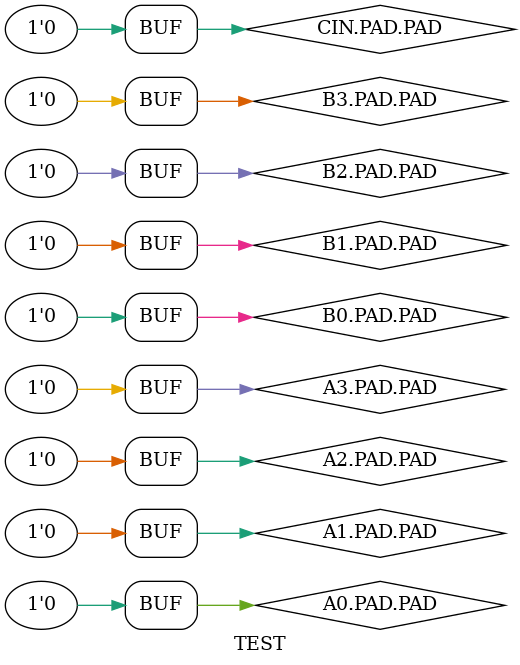
<source format=v>
`timescale 1ns / 1ps 
 
module TEST; 
 
// Inputs 
reg \A2.PAD.PAD ;
reg \A1.PAD.PAD ;
reg \B3.PAD.PAD ;
reg \A3.PAD.PAD ;
reg \B2.PAD.PAD ;
reg \CIN.PAD.PAD ;
reg \B0.PAD.PAD ;
reg \B1.PAD.PAD ;
reg \A0.PAD.PAD ;

// Outputs 
wire \S1_FINAL_OUTPUT.OUTBUF.OUT ;
wire \S2_FINAL_OUTPUT.OUTBUF.OUT ;
wire \S3_FINAL_OUTPUT.OUTBUF.OUT ;
wire \S0_FINAL_OUTPUT.OUTBUF.OUT ;
wire \COUT_FINAL_OUTPUT.OUTBUF.OUT ;
 
// Instantiate the Unit Under Test (UUT) 
 
HelloWorld uut (
.\A2.PAD.PAD (\A2.PAD.PAD ),
.\A1.PAD.PAD (\A1.PAD.PAD ),
.\B3.PAD.PAD (\B3.PAD.PAD ),
.\A3.PAD.PAD (\A3.PAD.PAD ),
.\B2.PAD.PAD (\B2.PAD.PAD ),
.\CIN.PAD.PAD (\CIN.PAD.PAD ),
.\B0.PAD.PAD (\B0.PAD.PAD ),
.\B1.PAD.PAD (\B1.PAD.PAD ),
.\A0.PAD.PAD (\A0.PAD.PAD ),
.\S1_FINAL_OUTPUT.OUTBUF.OUT (\S1_FINAL_OUTPUT.OUTBUF.OUT ),
.\S2_FINAL_OUTPUT.OUTBUF.OUT (\S2_FINAL_OUTPUT.OUTBUF.OUT ),
.\S3_FINAL_OUTPUT.OUTBUF.OUT (\S3_FINAL_OUTPUT.OUTBUF.OUT ),
.\S0_FINAL_OUTPUT.OUTBUF.OUT (\S0_FINAL_OUTPUT.OUTBUF.OUT ),
.\COUT_FINAL_OUTPUT.OUTBUF.OUT (\COUT_FINAL_OUTPUT.OUTBUF.OUT )
);

initial begin
// Initialize Inputs
\A2.PAD.PAD  = 0;
\A1.PAD.PAD  = 0;
\B3.PAD.PAD  = 0;
\A3.PAD.PAD  = 0;
\B2.PAD.PAD  = 0;
\CIN.PAD.PAD  = 0;
\B0.PAD.PAD  = 0;
\B1.PAD.PAD  = 0;
\A0.PAD.PAD  = 0;


// Wait 100 ns for global reset to finish
	#100;

	// Add stimulus here

end

endmodule
</source>
